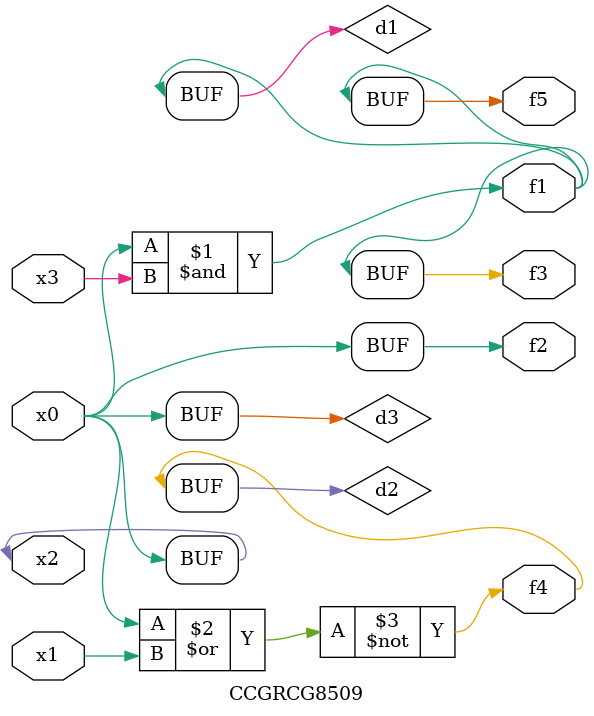
<source format=v>
module CCGRCG8509(
	input x0, x1, x2, x3,
	output f1, f2, f3, f4, f5
);

	wire d1, d2, d3;

	and (d1, x2, x3);
	nor (d2, x0, x1);
	buf (d3, x0, x2);
	assign f1 = d1;
	assign f2 = d3;
	assign f3 = d1;
	assign f4 = d2;
	assign f5 = d1;
endmodule

</source>
